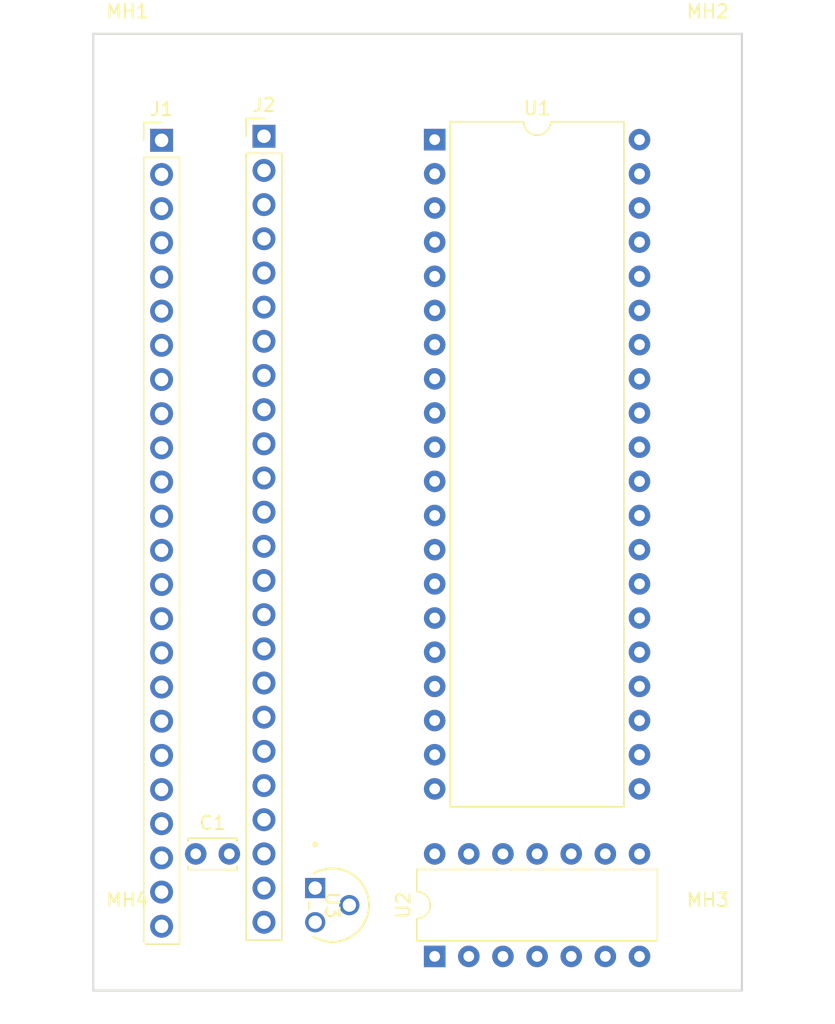
<source format=kicad_pcb>
(kicad_pcb (version 20221018) (generator pcbnew)
  (title_block (title "BionicZ8691") (company "Tadashi G. Takaoka"))
  (layers (0 "F.Cu" signal) (31 "B.Cu" signal) (34 "B.Paste" user) (35 "F.Paste" user) (36 "B.SilkS" user "B.Silkscreen") (37 "F.SilkS" user "F.Silkscreen") (38 "B.Mask" user) (39 "F.Mask" user) (44 "Edge.Cuts" user))
  (net 0 "")
  (net 1 "GND")
  (net 2 "VCC")
  (net 3 "/P53")
  (net 5 "/P30")
  (net 6 "/P31")
  (net 7 "/P32")
  (net 8 "/P33")
  (net 9 "/P34")
  (net 10 "/P47")
  (net 11 "/P55")
  (net 12 "/P35")
  (net 13 "/P46")
  (net 14 "/P36")
  (net 15 "/P37")
  (net 16 "/P20")
  (net 18 "/P21")
  (net 20 "/P22")
  (net 21 "/P23")
  (net 22 "/P24")
  (net 23 "/P25")
  (net 24 "/P26")
  (net 25 "/P17")
  (net 26 "/P27")
  (net 27 "/P16")
  (net 28 "/P15")
  (net 29 "/P40")
  (net 30 "/P14")
  (net 31 "/P41")
  (net 32 "/P13")
  (net 33 "/P42")
  (net 34 "/P12")
  (net 35 "/P43")
  (net 36 "/P11")
  (net 37 "/P44")
  (net 38 "/P10")
  (net 39 "/P45")
  (net 41 "Net-(U1-XTAL1)")
  (net 42 "Net-(U1-~{RESET})")
  (net 47 "/P50")
  (net 49 "Net-(J2-P57)")
  (footprint "MountingHole:MountingHole_3.2mm_M3" (layer "F.Cu") (at 101 70)
    (fp_text reference "MH1" (at 0 -4.2) (layer "F.SilkS"))
    (fp_text value "MountingHole_3.2mm_M3")
    (pad "" np_thru_hole circle (at 0 0) (size 3.2 3.2) (drill 3.2) (layers "*.Cu" "*.Mask"))
  )
  (footprint "MountingHole:MountingHole_3.2mm_M3" (layer "F.Cu") (at 144.18 70)
    (fp_text reference "MH2" (at 0 -4.2) (layer "F.SilkS"))
    (fp_text value "MountingHole_3.2mm_M3")
    (pad "" np_thru_hole circle (at 0 0) (size 3.2 3.2) (drill 3.2) (layers "*.Cu" "*.Mask"))
  )
  (footprint "MountingHole:MountingHole_3.2mm_M3" (layer "F.Cu") (at 144.18 136.04)
    (fp_text reference "MH3" (at 0 -4.2) (layer "F.SilkS"))
    (fp_text value "MountingHole_3.2mm_M3")
    (pad "" np_thru_hole circle (at 0 0) (size 3.2 3.2) (drill 3.2) (layers "*.Cu" "*.Mask"))
  )
  (footprint "MountingHole:MountingHole_3.2mm_M3" (layer "F.Cu") (at 101 136.04)
    (fp_text reference "MH4" (at 0 -4.2) (layer "F.SilkS"))
    (fp_text value "MountingHole_3.2mm_M3")
    (pad "" np_thru_hole circle (at 0 0) (size 3.2 3.2) (drill 3.2) (layers "*.Cu" "*.Mask"))
  )
  (footprint "Package_DIP:DIP-14_W7.62mm" (layer "F.Cu") (at 123.86 136.04 90)
    (fp_text reference "U2" (at 3.81 -2.33 90) (layer "F.SilkS"))
    (fp_text value "74HCT126")
    (fp_line (start 1.16 -1.33) (end 1.16 16.57) (stroke (width 0.12)) (layer "F.SilkS"))
    (fp_line (start 1.16 16.57) (end 6.46 16.57) (stroke (width 0.12)) (layer "F.SilkS"))
    (fp_line (start 2.81 -1.33) (end 1.16 -1.33) (stroke (width 0.12)) (layer "F.SilkS"))
    (fp_line (start 6.46 -1.33) (end 4.81 -1.33) (stroke (width 0.12)) (layer "F.SilkS"))
    (fp_line (start 6.46 16.57) (end 6.46 -1.33) (stroke (width 0.12)) (layer "F.SilkS"))
    (fp_arc (start 4.81 -1.33) (mid 3.81 -0.33) (end 2.81 -1.33) (stroke (width 0.12)) (layer "F.SilkS"))
    (pad "1" thru_hole rect (at 0 0 90) (size 1.6 1.6) (drill 0.8) (layers "*.Cu" "*.Mask") (net 2 "VCC"))
    (pad "2" thru_hole oval (at 0 2.54 90) (size 1.6 1.6) (drill 0.8) (layers "*.Cu" "*.Mask") (net 13 "/P46"))
    (pad "3" thru_hole oval (at 0 5.08 90) (size 1.6 1.6) (drill 0.8) (layers "*.Cu" "*.Mask") (net 41 "Net-(U1-XTAL1)"))
    (pad "4" thru_hole oval (at 0 7.62 90) (size 1.6 1.6) (drill 0.8) (layers "*.Cu" "*.Mask") (net 2 "VCC"))
    (pad "5" thru_hole oval (at 0 10.16 90) (size 1.6 1.6) (drill 0.8) (layers "*.Cu" "*.Mask") (net 3 "/P53"))
    (pad "6" thru_hole oval (at 0 12.7 90) (size 1.6 1.6) (drill 0.8) (layers "*.Cu" "*.Mask") (net 42 "Net-(U1-~{RESET})"))
    (pad "7" thru_hole oval (at 0 15.24 90) (size 1.6 1.6) (drill 0.8) (layers "*.Cu" "*.Mask") (net 1 "GND"))
    (pad "8" thru_hole oval (at 7.62 15.24 90) (size 1.6 1.6) (drill 0.8) (layers "*.Cu" "*.Mask"))
    (pad "9" thru_hole oval (at 7.62 12.7 90) (size 1.6 1.6) (drill 0.8) (layers "*.Cu" "*.Mask") (net 1 "GND"))
    (pad "10" thru_hole oval (at 7.62 10.16 90) (size 1.6 1.6) (drill 0.8) (layers "*.Cu" "*.Mask") (net 1 "GND"))
    (pad "11" thru_hole oval (at 7.62 7.62 90) (size 1.6 1.6) (drill 0.8) (layers "*.Cu" "*.Mask"))
    (pad "12" thru_hole oval (at 7.62 5.08 90) (size 1.6 1.6) (drill 0.8) (layers "*.Cu" "*.Mask") (net 1 "GND"))
    (pad "13" thru_hole oval (at 7.62 2.54 90) (size 1.6 1.6) (drill 0.8) (layers "*.Cu" "*.Mask") (net 1 "GND"))
    (pad "14" thru_hole oval (at 7.62 0 90) (size 1.6 1.6) (drill 0.8) (layers "*.Cu" "*.Mask") (net 2 "VCC"))
  )
  (footprint "Capacitor_THT:C_Disc_D3.4mm_W2.1mm_P2.50mm" (layer "F.Cu") (at 106.08 128.42)
    (fp_text reference "C1" (at 1.25 -2.3) (layer "F.SilkS"))
    (fp_text value "0.1u")
    (fp_line (start -0.57 -1.17) (end -0.57 -0.925) (stroke (width 0.12)) (layer "F.SilkS"))
    (fp_line (start -0.57 -1.17) (end 3.07 -1.17) (stroke (width 0.12)) (layer "F.SilkS"))
    (fp_line (start -0.57 0.925) (end -0.57 1.17) (stroke (width 0.12)) (layer "F.SilkS"))
    (fp_line (start -0.57 1.17) (end 3.07 1.17) (stroke (width 0.12)) (layer "F.SilkS"))
    (fp_line (start 3.07 -1.17) (end 3.07 -0.925) (stroke (width 0.12)) (layer "F.SilkS"))
    (fp_line (start 3.07 0.925) (end 3.07 1.17) (stroke (width 0.12)) (layer "F.SilkS"))
    (pad "1" thru_hole circle (at 0 0) (size 1.6 1.6) (drill 0.8) (layers "*.Cu" "*.Mask") (net 2 "VCC"))
    (pad "2" thru_hole circle (at 2.5 0) (size 1.6 1.6) (drill 0.8) (layers "*.Cu" "*.Mask") (net 1 "GND"))
  )
  (footprint "Package_DIP:DIP-40_W15.24mm" (layer "F.Cu") (at 123.86 75.33)
    (fp_text reference "U1" (at 7.62 -2.33) (layer "F.SilkS"))
    (fp_text value "Z86C91")
    (fp_line (start 1.16 -1.33) (end 1.16 49.59) (stroke (width 0.12)) (layer "F.SilkS"))
    (fp_line (start 1.16 49.59) (end 14.08 49.59) (stroke (width 0.12)) (layer "F.SilkS"))
    (fp_line (start 6.62 -1.33) (end 1.16 -1.33) (stroke (width 0.12)) (layer "F.SilkS"))
    (fp_line (start 14.08 -1.33) (end 8.62 -1.33) (stroke (width 0.12)) (layer "F.SilkS"))
    (fp_line (start 14.08 49.59) (end 14.08 -1.33) (stroke (width 0.12)) (layer "F.SilkS"))
    (fp_arc (start 8.62 -1.33) (mid 7.62 -0.33) (end 6.62 -1.33) (stroke (width 0.12)) (layer "F.SilkS"))
    (pad "1" thru_hole rect (at 0 0) (size 1.6 1.6) (drill 0.8) (layers "*.Cu" "*.Mask") (net 2 "VCC"))
    (pad "2" thru_hole oval (at 0 2.54) (size 1.6 1.6) (drill 0.8) (layers "*.Cu" "*.Mask"))
    (pad "3" thru_hole oval (at 0 5.08) (size 1.6 1.6) (drill 0.8) (layers "*.Cu" "*.Mask") (net 41 "Net-(U1-XTAL1)"))
    (pad "4" thru_hole oval (at 0 7.62) (size 1.6 1.6) (drill 0.8) (layers "*.Cu" "*.Mask") (net 37 "/P44"))
    (pad "5" thru_hole oval (at 0 10.16) (size 1.6 1.6) (drill 0.8) (layers "*.Cu" "*.Mask") (net 39 "/P45"))
    (pad "6" thru_hole oval (at 0 12.7) (size 1.6 1.6) (drill 0.8) (layers "*.Cu" "*.Mask") (net 42 "Net-(U1-~{RESET})"))
    (pad "7" thru_hole oval (at 0 15.24) (size 1.6 1.6) (drill 0.8) (layers "*.Cu" "*.Mask") (net 31 "/P41"))
    (pad "8" thru_hole oval (at 0 17.78) (size 1.6 1.6) (drill 0.8) (layers "*.Cu" "*.Mask") (net 10 "/P47"))
    (pad "9" thru_hole oval (at 0 20.32) (size 1.6 1.6) (drill 0.8) (layers "*.Cu" "*.Mask") (net 29 "/P40"))
    (pad "10" thru_hole oval (at 0 22.86) (size 1.6 1.6) (drill 0.8) (layers "*.Cu" "*.Mask"))
    (pad "11" thru_hole oval (at 0 25.4) (size 1.6 1.6) (drill 0.8) (layers "*.Cu" "*.Mask") (net 1 "GND"))
    (pad "12" thru_hole oval (at 0 27.94) (size 1.6 1.6) (drill 0.8) (layers "*.Cu" "*.Mask") (net 33 "/P42"))
    (pad "13" thru_hole oval (at 0 30.48) (size 1.6 1.6) (drill 0.8) (layers "*.Cu" "*.Mask") (net 16 "/P20"))
    (pad "14" thru_hole oval (at 0 33.02) (size 1.6 1.6) (drill 0.8) (layers "*.Cu" "*.Mask") (net 18 "/P21"))
    (pad "15" thru_hole oval (at 0 35.56) (size 1.6 1.6) (drill 0.8) (layers "*.Cu" "*.Mask") (net 20 "/P22"))
    (pad "16" thru_hole oval (at 0 38.1) (size 1.6 1.6) (drill 0.8) (layers "*.Cu" "*.Mask") (net 21 "/P23"))
    (pad "17" thru_hole oval (at 0 40.64) (size 1.6 1.6) (drill 0.8) (layers "*.Cu" "*.Mask") (net 22 "/P24"))
    (pad "18" thru_hole oval (at 0 43.18) (size 1.6 1.6) (drill 0.8) (layers "*.Cu" "*.Mask") (net 23 "/P25"))
    (pad "19" thru_hole oval (at 0 45.72) (size 1.6 1.6) (drill 0.8) (layers "*.Cu" "*.Mask") (net 24 "/P26"))
    (pad "20" thru_hole oval (at 0 48.26) (size 1.6 1.6) (drill 0.8) (layers "*.Cu" "*.Mask") (net 26 "/P27"))
    (pad "21" thru_hole oval (at 15.24 48.26) (size 1.6 1.6) (drill 0.8) (layers "*.Cu" "*.Mask") (net 25 "/P17"))
    (pad "22" thru_hole oval (at 15.24 45.72) (size 1.6 1.6) (drill 0.8) (layers "*.Cu" "*.Mask") (net 27 "/P16"))
    (pad "23" thru_hole oval (at 15.24 43.18) (size 1.6 1.6) (drill 0.8) (layers "*.Cu" "*.Mask") (net 28 "/P15"))
    (pad "24" thru_hole oval (at 15.24 40.64) (size 1.6 1.6) (drill 0.8) (layers "*.Cu" "*.Mask") (net 30 "/P14"))
    (pad "25" thru_hole oval (at 15.24 38.1) (size 1.6 1.6) (drill 0.8) (layers "*.Cu" "*.Mask") (net 32 "/P13"))
    (pad "26" thru_hole oval (at 15.24 35.56) (size 1.6 1.6) (drill 0.8) (layers "*.Cu" "*.Mask") (net 34 "/P12"))
    (pad "27" thru_hole oval (at 15.24 33.02) (size 1.6 1.6) (drill 0.8) (layers "*.Cu" "*.Mask") (net 36 "/P11"))
    (pad "28" thru_hole oval (at 15.24 30.48) (size 1.6 1.6) (drill 0.8) (layers "*.Cu" "*.Mask") (net 38 "/P10"))
    (pad "29" thru_hole oval (at 15.24 27.94) (size 1.6 1.6) (drill 0.8) (layers "*.Cu" "*.Mask") (net 11 "/P55"))
    (pad "30" thru_hole oval (at 15.24 25.4) (size 1.6 1.6) (drill 0.8) (layers "*.Cu" "*.Mask") (net 35 "/P43"))
    (pad "31" thru_hole oval (at 15.24 22.86) (size 1.6 1.6) (drill 0.8) (layers "*.Cu" "*.Mask") (net 5 "/P30"))
    (pad "32" thru_hole oval (at 15.24 20.32) (size 1.6 1.6) (drill 0.8) (layers "*.Cu" "*.Mask") (net 6 "/P31"))
    (pad "33" thru_hole oval (at 15.24 17.78) (size 1.6 1.6) (drill 0.8) (layers "*.Cu" "*.Mask") (net 7 "/P32"))
    (pad "34" thru_hole oval (at 15.24 15.24) (size 1.6 1.6) (drill 0.8) (layers "*.Cu" "*.Mask") (net 8 "/P33"))
    (pad "35" thru_hole oval (at 15.24 12.7) (size 1.6 1.6) (drill 0.8) (layers "*.Cu" "*.Mask") (net 9 "/P34"))
    (pad "36" thru_hole oval (at 15.24 10.16) (size 1.6 1.6) (drill 0.8) (layers "*.Cu" "*.Mask") (net 12 "/P35"))
    (pad "37" thru_hole oval (at 15.24 7.62) (size 1.6 1.6) (drill 0.8) (layers "*.Cu" "*.Mask") (net 14 "/P36"))
    (pad "38" thru_hole oval (at 15.24 5.08) (size 1.6 1.6) (drill 0.8) (layers "*.Cu" "*.Mask") (net 15 "/P37"))
    (pad "39" thru_hole oval (at 15.24 2.54) (size 1.6 1.6) (drill 0.8) (layers "*.Cu" "*.Mask") (net 47 "/P50"))
    (pad "40" thru_hole oval (at 15.24 0) (size 1.6 1.6) (drill 0.8) (layers "*.Cu" "*.Mask"))
  )
  (footprint "connector:Bionic-P245_Vertical" (layer "F.Cu") (at 111.16 75.08)
    (fp_text reference "J2" (at 0 -2.33) (layer "F.SilkS"))
    (fp_text value "Bionic-P245")
    (fp_line (start -1.33 -1.33) (end 0 -1.33) (stroke (width 0.12)) (layer "F.SilkS"))
    (fp_line (start -1.33 0) (end -1.33 -1.33) (stroke (width 0.12)) (layer "F.SilkS"))
    (fp_line (start -1.33 1.27) (end -1.33 59.75) (stroke (width 0.12)) (layer "F.SilkS"))
    (fp_line (start -1.33 1.27) (end 1.33 1.27) (stroke (width 0.12)) (layer "F.SilkS"))
    (fp_line (start -1.33 59.75) (end 1.33 59.75) (stroke (width 0.12)) (layer "F.SilkS"))
    (fp_line (start 1.33 1.27) (end 1.33 59.75) (stroke (width 0.12)) (layer "F.SilkS"))
    (pad "25" thru_hole oval (at 0 58.42) (size 1.7 1.7) (drill 1) (layers "*.Cu" "*.Mask") (net 2 "VCC"))
    (pad "26" thru_hole oval (at 0 55.88) (size 1.7 1.7) (drill 1) (layers "*.Cu" "*.Mask") (net 49 "Net-(J2-P57)"))
    (pad "27" thru_hole oval (at 0 53.34) (size 1.7 1.7) (drill 1) (layers "*.Cu" "*.Mask"))
    (pad "28" thru_hole oval (at 0 50.8) (size 1.7 1.7) (drill 1) (layers "*.Cu" "*.Mask") (net 11 "/P55"))
    (pad "29" thru_hole oval (at 0 48.26) (size 1.7 1.7) (drill 1) (layers "*.Cu" "*.Mask"))
    (pad "30" thru_hole oval (at 0 45.72) (size 1.7 1.7) (drill 1) (layers "*.Cu" "*.Mask"))
    (pad "31" thru_hole oval (at 0 43.18) (size 1.7 1.7) (drill 1) (layers "*.Cu" "*.Mask") (net 10 "/P47"))
    (pad "32" thru_hole oval (at 0 40.64) (size 1.7 1.7) (drill 1) (layers "*.Cu" "*.Mask") (net 13 "/P46"))
    (pad "33" thru_hole oval (at 0 38.1) (size 1.7 1.7) (drill 1) (layers "*.Cu" "*.Mask") (net 39 "/P45"))
    (pad "34" thru_hole oval (at 0 35.56) (size 1.7 1.7) (drill 1) (layers "*.Cu" "*.Mask") (net 37 "/P44"))
    (pad "35" thru_hole oval (at 0 33.02) (size 1.7 1.7) (drill 1) (layers "*.Cu" "*.Mask") (net 35 "/P43"))
    (pad "36" thru_hole oval (at 0 30.48) (size 1.7 1.7) (drill 1) (layers "*.Cu" "*.Mask") (net 33 "/P42"))
    (pad "37" thru_hole oval (at 0 27.94) (size 1.7 1.7) (drill 1) (layers "*.Cu" "*.Mask") (net 31 "/P41"))
    (pad "38" thru_hole oval (at 0 25.4) (size 1.7 1.7) (drill 1) (layers "*.Cu" "*.Mask") (net 29 "/P40"))
    (pad "39" thru_hole oval (at 0 22.86) (size 1.7 1.7) (drill 1) (layers "*.Cu" "*.Mask"))
    (pad "40" thru_hole oval (at 0 20.32) (size 1.7 1.7) (drill 1) (layers "*.Cu" "*.Mask") (net 26 "/P27"))
    (pad "41" thru_hole oval (at 0 17.78) (size 1.7 1.7) (drill 1) (layers "*.Cu" "*.Mask") (net 24 "/P26"))
    (pad "42" thru_hole oval (at 0 15.24) (size 1.7 1.7) (drill 1) (layers "*.Cu" "*.Mask") (net 23 "/P25"))
    (pad "43" thru_hole oval (at 0 12.7) (size 1.7 1.7) (drill 1) (layers "*.Cu" "*.Mask") (net 22 "/P24"))
    (pad "44" thru_hole oval (at 0 10.16) (size 1.7 1.7) (drill 1) (layers "*.Cu" "*.Mask") (net 21 "/P23"))
    (pad "45" thru_hole oval (at 0 7.62) (size 1.7 1.7) (drill 1) (layers "*.Cu" "*.Mask") (net 20 "/P22"))
    (pad "46" thru_hole oval (at 0 5.08) (size 1.7 1.7) (drill 1) (layers "*.Cu" "*.Mask") (net 18 "/P21"))
    (pad "47" thru_hole oval (at 0 2.54) (size 1.7 1.7) (drill 1) (layers "*.Cu" "*.Mask") (net 16 "/P20"))
    (pad "48" thru_hole rect (at 0 0) (size 1.7 1.7) (drill 1) (layers "*.Cu" "*.Mask") (net 1 "GND"))
  )
  (footprint "connector:Bionic-P135_Vertical" (layer "F.Cu") (at 103.54 75.38)
    (fp_text reference "J1" (at 0 -2.33) (layer "F.SilkS"))
    (fp_text value "Bionic-P135")
    (fp_line (start -1.33 -1.33) (end 0 -1.33) (stroke (width 0.12)) (layer "F.SilkS"))
    (fp_line (start -1.33 0) (end -1.33 -1.33) (stroke (width 0.12)) (layer "F.SilkS"))
    (fp_line (start -1.33 1.27) (end -1.33 59.75) (stroke (width 0.12)) (layer "F.SilkS"))
    (fp_line (start -1.33 1.27) (end 1.33 1.27) (stroke (width 0.12)) (layer "F.SilkS"))
    (fp_line (start -1.33 59.75) (end 1.33 59.75) (stroke (width 0.12)) (layer "F.SilkS"))
    (fp_line (start 1.33 1.27) (end 1.33 59.75) (stroke (width 0.12)) (layer "F.SilkS"))
    (pad "1" thru_hole rect (at 0 0) (size 1.7 1.7) (drill 1) (layers "*.Cu" "*.Mask") (net 1 "GND"))
    (pad "2" thru_hole oval (at 0 2.54) (size 1.7 1.7) (drill 1) (layers "*.Cu" "*.Mask") (net 38 "/P10"))
    (pad "3" thru_hole oval (at 0 5.08) (size 1.7 1.7) (drill 1) (layers "*.Cu" "*.Mask") (net 36 "/P11"))
    (pad "4" thru_hole oval (at 0 7.62) (size 1.7 1.7) (drill 1) (layers "*.Cu" "*.Mask") (net 34 "/P12"))
    (pad "5" thru_hole oval (at 0 10.16) (size 1.7 1.7) (drill 1) (layers "*.Cu" "*.Mask") (net 32 "/P13"))
    (pad "6" thru_hole oval (at 0 12.7) (size 1.7 1.7) (drill 1) (layers "*.Cu" "*.Mask") (net 30 "/P14"))
    (pad "7" thru_hole oval (at 0 15.24) (size 1.7 1.7) (drill 1) (layers "*.Cu" "*.Mask") (net 28 "/P15"))
    (pad "8" thru_hole oval (at 0 17.78) (size 1.7 1.7) (drill 1) (layers "*.Cu" "*.Mask") (net 27 "/P16"))
    (pad "9" thru_hole oval (at 0 20.32) (size 1.7 1.7) (drill 1) (layers "*.Cu" "*.Mask") (net 25 "/P17"))
    (pad "10" thru_hole oval (at 0 22.86) (size 1.7 1.7) (drill 1) (layers "*.Cu" "*.Mask"))
    (pad "11" thru_hole oval (at 0 25.4) (size 1.7 1.7) (drill 1) (layers "*.Cu" "*.Mask") (net 5 "/P30"))
    (pad "12" thru_hole oval (at 0 27.94) (size 1.7 1.7) (drill 1) (layers "*.Cu" "*.Mask") (net 6 "/P31"))
    (pad "13" thru_hole oval (at 0 30.48) (size 1.7 1.7) (drill 1) (layers "*.Cu" "*.Mask") (net 7 "/P32"))
    (pad "14" thru_hole oval (at 0 33.02) (size 1.7 1.7) (drill 1) (layers "*.Cu" "*.Mask") (net 8 "/P33"))
    (pad "15" thru_hole oval (at 0 35.56) (size 1.7 1.7) (drill 1) (layers "*.Cu" "*.Mask") (net 9 "/P34"))
    (pad "16" thru_hole oval (at 0 38.1) (size 1.7 1.7) (drill 1) (layers "*.Cu" "*.Mask") (net 12 "/P35"))
    (pad "17" thru_hole oval (at 0 40.64) (size 1.7 1.7) (drill 1) (layers "*.Cu" "*.Mask") (net 14 "/P36"))
    (pad "18" thru_hole oval (at 0 43.18) (size 1.7 1.7) (drill 1) (layers "*.Cu" "*.Mask") (net 15 "/P37"))
    (pad "19" thru_hole oval (at 0 45.72) (size 1.7 1.7) (drill 1) (layers "*.Cu" "*.Mask"))
    (pad "20" thru_hole oval (at 0 48.26) (size 1.7 1.7) (drill 1) (layers "*.Cu" "*.Mask") (net 47 "/P50"))
    (pad "21" thru_hole oval (at 0 50.8) (size 1.7 1.7) (drill 1) (layers "*.Cu" "*.Mask"))
    (pad "22" thru_hole oval (at 0 53.34) (size 1.7 1.7) (drill 1) (layers "*.Cu" "*.Mask"))
    (pad "23" thru_hole oval (at 0 55.88) (size 1.7 1.7) (drill 1) (layers "*.Cu" "*.Mask") (net 3 "/P53"))
    (pad "24" thru_hole oval (at 0 58.42) (size 1.7 1.7) (drill 1) (layers "*.Cu" "*.Mask") (net 2 "VCC"))
  )
  (footprint "microchip:TO-92_MC_MCH" (layer "F.Cu") (at 114.97 130.96 -90)
    (fp_text reference "U3" (at 1.27 -1.27 -90 unlocked) (layer "F.SilkS"))
    (fp_text value "11AA010-I/TO")
    (fp_line (start 1.08204 0.4445) (end 1.553476 0.4445) (stroke (width 0.1524)) (layer "F.SilkS"))
    (fp_arc (start -1.08204 0.116917) (mid 0.551186 -3.904186) (end 4.0005 -1.27) (stroke (width 0.1524)) (layer "F.SilkS"))
    (fp_arc (start 4.0005 -1.269999) (mid 3.90215 -0.543764) (end 3.614184 0.130155) (stroke (width 0.1524)) (layer "F.SilkS"))
    (fp_circle (center -3.2385 0) (end -3.1115 0) (stroke (width 0.1524)) (fill none) (layer "F.SilkS"))
    (pad "1" thru_hole rect (at 0 0 270) (size 1.4986 1.4986) (drill 0.9906) (layers "*.Cu" "*.Mask") (net 1 "GND"))
    (pad "2" thru_hole circle (at 1.27 -2.54 270) (size 1.4986 1.4986) (drill 0.9906) (layers "*.Cu" "*.Mask") (net 49 "Net-(J2-P57)"))
    (pad "3" thru_hole circle (at 2.54 0 270) (size 1.4986 1.4986) (drill 0.9906) (layers "*.Cu" "*.Mask") (net 2 "VCC"))
  )
  (gr_line (start 98.46 138.58) (end 98.46 67.46) (stroke (width 0.15)) (layer "Edge.Cuts"))
  (gr_line (start 146.72 67.46) (end 146.72 138.58) (stroke (width 0.15)) (layer "Edge.Cuts"))
  (gr_line (start 146.72 138.58) (end 98.46 138.58) (stroke (width 0.15)) (layer "Edge.Cuts"))
  (gr_line (start 98.46 67.46) (end 146.72 67.46) (stroke (width 0.15)) (layer "Edge.Cuts"))
)
</source>
